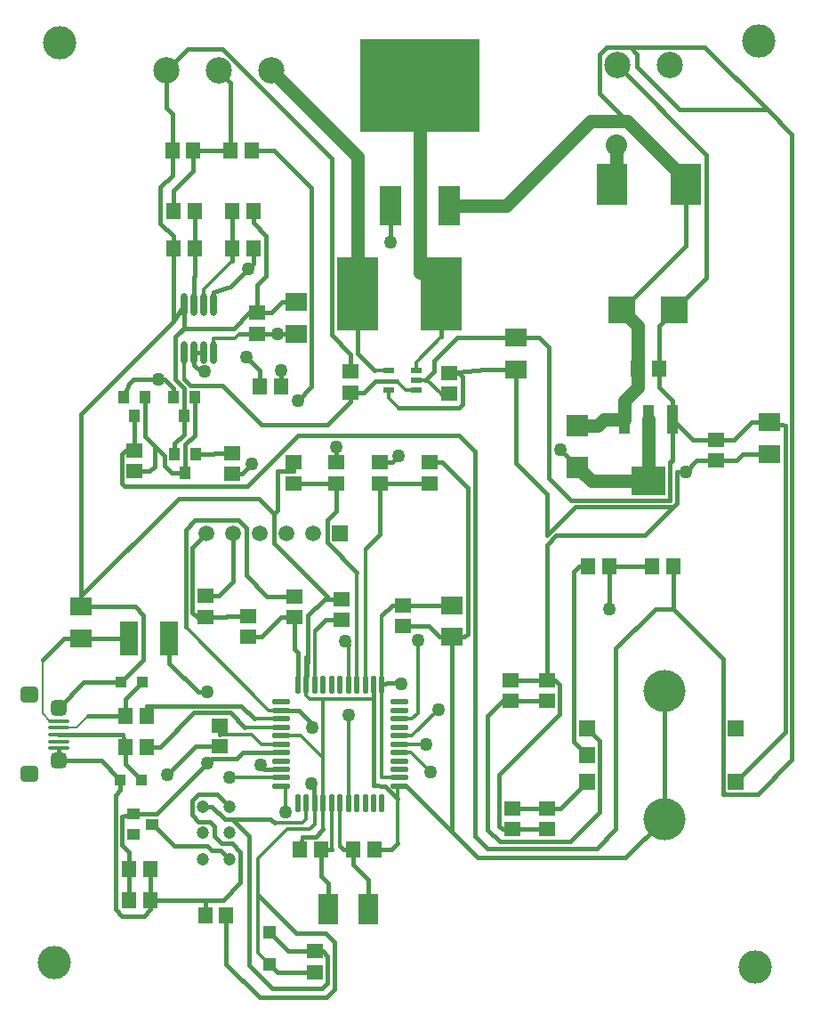
<source format=gtl>
G04*
G04 #@! TF.GenerationSoftware,Altium Limited,Altium Designer,20.0.12 (288)*
G04*
G04 Layer_Physical_Order=1*
G04 Layer_Color=255*
%FSLAX43Y43*%
%MOMM*%
G71*
G01*
G75*
%ADD12C,0.200*%
%ADD14O,1.750X0.550*%
%ADD15O,0.550X1.750*%
%ADD16R,1.500X1.400*%
%ADD17R,3.000X4.000*%
%ADD18R,1.400X1.500*%
%ADD19R,1.000X1.200*%
%ADD20R,1.900X3.000*%
%ADD21R,3.300X2.700*%
%ADD22R,1.000X2.700*%
%ADD23R,1.000X1.000*%
%ADD24R,1.200X1.000*%
%ADD25R,11.430X8.890*%
%ADD26R,2.083X3.810*%
%ADD27R,4.000X7.000*%
%ADD28O,2.000X0.400*%
%ADD29O,0.600X2.200*%
%ADD30R,2.100X1.800*%
%ADD31R,1.200X1.200*%
%ADD32R,1.800X3.200*%
%ADD33R,2.000X2.000*%
%ADD34R,1.100X0.600*%
%ADD35R,2.500X2.500*%
%ADD68C,0.300*%
%ADD69C,0.381*%
%ADD70C,1.270*%
%ADD71C,3.175*%
%ADD72C,2.500*%
G04:AMPARAMS|DCode=73|XSize=1.7mm|YSize=1.5mm|CornerRadius=0.375mm|HoleSize=0mm|Usage=FLASHONLY|Rotation=180.000|XOffset=0mm|YOffset=0mm|HoleType=Round|Shape=RoundedRectangle|*
%AMROUNDEDRECTD73*
21,1,1.700,0.750,0,0,180.0*
21,1,0.950,1.500,0,0,180.0*
1,1,0.750,-0.475,0.375*
1,1,0.750,0.475,0.375*
1,1,0.750,0.475,-0.375*
1,1,0.750,-0.475,-0.375*
%
%ADD73ROUNDEDRECTD73*%
G04:AMPARAMS|DCode=74|XSize=1.5mm|YSize=1.5mm|CornerRadius=0.375mm|HoleSize=0mm|Usage=FLASHONLY|Rotation=180.000|XOffset=0mm|YOffset=0mm|HoleType=Round|Shape=RoundedRectangle|*
%AMROUNDEDRECTD74*
21,1,1.500,0.750,0,0,180.0*
21,1,0.750,1.500,0,0,180.0*
1,1,0.750,-0.375,0.375*
1,1,0.750,0.375,0.375*
1,1,0.750,0.375,-0.375*
1,1,0.750,-0.375,-0.375*
%
%ADD74ROUNDEDRECTD74*%
%ADD75C,4.000*%
%ADD76R,1.500X1.500*%
%ADD77C,1.500*%
%ADD78C,1.200*%
%ADD79C,1.270*%
%ADD80C,2.032*%
D12*
X35560Y57927D02*
X37251D01*
X38379Y59055D01*
X34773Y58577D02*
X35560D01*
X34091Y59258D02*
X34773Y58577D01*
X34091Y59258D02*
Y64414D01*
D14*
X56707Y60364D02*
D03*
Y59564D02*
D03*
Y58764D02*
D03*
Y57964D02*
D03*
Y57164D02*
D03*
Y56364D02*
D03*
Y55564D02*
D03*
Y54764D02*
D03*
Y53964D02*
D03*
Y53164D02*
D03*
Y52364D02*
D03*
X68007D02*
D03*
Y53164D02*
D03*
Y53964D02*
D03*
Y54764D02*
D03*
Y55564D02*
D03*
Y56364D02*
D03*
Y57164D02*
D03*
Y57964D02*
D03*
Y58764D02*
D03*
Y59564D02*
D03*
Y60364D02*
D03*
D15*
X58357Y50714D02*
D03*
X59157D02*
D03*
X59957D02*
D03*
X60757D02*
D03*
X61557D02*
D03*
X62357D02*
D03*
X63157D02*
D03*
X63957D02*
D03*
X64757D02*
D03*
X65557D02*
D03*
X66357D02*
D03*
Y62014D02*
D03*
X65557D02*
D03*
X64757D02*
D03*
X63957D02*
D03*
X63157D02*
D03*
X62357D02*
D03*
X61557D02*
D03*
X60757D02*
D03*
X59957D02*
D03*
X59157D02*
D03*
X58357D02*
D03*
D16*
X54483Y95369D02*
D03*
Y97369D02*
D03*
X52070Y84034D02*
D03*
Y82034D02*
D03*
X68326Y69556D02*
D03*
Y67556D02*
D03*
X57912Y81145D02*
D03*
Y83145D02*
D03*
X63373Y91781D02*
D03*
Y89781D02*
D03*
X42799Y84288D02*
D03*
Y82288D02*
D03*
X59944Y34663D02*
D03*
Y36663D02*
D03*
X78613Y60444D02*
D03*
Y62444D02*
D03*
X82042Y60444D02*
D03*
Y62444D02*
D03*
Y50252D02*
D03*
Y48252D02*
D03*
X78740Y50252D02*
D03*
Y48252D02*
D03*
X58039Y70429D02*
D03*
Y68429D02*
D03*
X53594Y68540D02*
D03*
Y66540D02*
D03*
X49530Y68445D02*
D03*
Y70445D02*
D03*
X66167Y81145D02*
D03*
Y83145D02*
D03*
X70866D02*
D03*
Y81145D02*
D03*
X72771Y89654D02*
D03*
Y91654D02*
D03*
X61976Y81145D02*
D03*
Y83145D02*
D03*
X50927Y56126D02*
D03*
Y58126D02*
D03*
X62484Y70175D02*
D03*
Y68175D02*
D03*
X98171Y85304D02*
D03*
Y83304D02*
D03*
D17*
X88265Y109601D02*
D03*
X95265D02*
D03*
D18*
X90694Y92051D02*
D03*
X92694D02*
D03*
X43926Y59055D02*
D03*
X41926D02*
D03*
X43942Y56110D02*
D03*
X41942D02*
D03*
X42291Y44450D02*
D03*
X44291D02*
D03*
X42307Y41505D02*
D03*
X44307D02*
D03*
X60563Y46331D02*
D03*
X58563D02*
D03*
X63643D02*
D03*
X65643D02*
D03*
X52086Y103505D02*
D03*
X54086D02*
D03*
X56753Y90400D02*
D03*
X54753D02*
D03*
X48498Y103505D02*
D03*
X46498D02*
D03*
X49530Y40108D02*
D03*
X51530D02*
D03*
X51959Y112776D02*
D03*
X53959D02*
D03*
X48514Y107061D02*
D03*
X46514D02*
D03*
X46387Y112776D02*
D03*
X48387D02*
D03*
X54086Y107061D02*
D03*
X52086D02*
D03*
X92091Y73255D02*
D03*
X94091D02*
D03*
X85995D02*
D03*
X87995D02*
D03*
D19*
X48625Y83923D02*
D03*
X46625D02*
D03*
X47625Y82145D02*
D03*
X42799Y87606D02*
D03*
X41799Y89384D02*
D03*
X43799D02*
D03*
X47498Y87606D02*
D03*
X46498Y89384D02*
D03*
X48498D02*
D03*
D20*
X65024Y40640D02*
D03*
X61224D02*
D03*
D21*
X91694Y81354D02*
D03*
D22*
X89394Y87254D02*
D03*
X91694D02*
D03*
X93994D02*
D03*
D23*
X41545Y62230D02*
D03*
X43545D02*
D03*
X41434Y52959D02*
D03*
X43434D02*
D03*
D24*
X42672Y49744D02*
D03*
Y47744D02*
D03*
X44450Y48744D02*
D03*
D25*
X69977Y118999D02*
D03*
D26*
X67199Y107523D02*
D03*
X72787D02*
D03*
D27*
X72009Y99187D02*
D03*
X64009D02*
D03*
D28*
X35560Y58577D02*
D03*
Y57927D02*
D03*
Y57277D02*
D03*
Y56627D02*
D03*
Y55977D02*
D03*
D29*
X50353Y98199D02*
D03*
X49403D02*
D03*
X48453D02*
D03*
X47503D02*
D03*
X50353Y93599D02*
D03*
X49403D02*
D03*
X48453D02*
D03*
X47503D02*
D03*
D30*
X73025Y69548D02*
D03*
Y66548D02*
D03*
X37719Y66421D02*
D03*
Y69421D02*
D03*
X79121Y91996D02*
D03*
Y94996D02*
D03*
X58166Y95377D02*
D03*
Y98377D02*
D03*
X103251Y83947D02*
D03*
Y86947D02*
D03*
D31*
X55626Y35433D02*
D03*
Y38433D02*
D03*
D32*
X46096Y66397D02*
D03*
X42296D02*
D03*
D33*
X84963Y82685D02*
D03*
Y86685D02*
D03*
D34*
X66996Y91919D02*
D03*
Y90019D02*
D03*
X69596Y91919D02*
D03*
Y90969D02*
D03*
Y90019D02*
D03*
D35*
X89194Y97639D02*
D03*
X94194D02*
D03*
D68*
X60757Y60630D02*
X65557D01*
X60706Y50715D02*
Y55081D01*
Y50715D02*
X60757Y50664D01*
X66980Y89306D02*
Y90019D01*
X70471Y90969D02*
X70637D01*
X69596D02*
X70471D01*
X59487Y60630D02*
X60757D01*
X67818Y51206D02*
Y52364D01*
Y46915D02*
Y51206D01*
X57150Y49886D02*
Y52364D01*
X54559Y42012D02*
Y45491D01*
Y36500D02*
Y42012D01*
X50927Y57277D02*
X53976D01*
X59157Y60960D02*
Y62064D01*
Y60960D02*
X59487Y60630D01*
X56657Y57164D02*
X58623D01*
X60757Y55030D01*
Y60630D01*
X54559Y36500D02*
X55626Y35433D01*
X54559Y45491D02*
X57319Y48251D01*
X59478D01*
X59957Y48730D01*
Y50664D01*
X66980Y89306D02*
X67945Y88341D01*
X66980Y90019D02*
X66996D01*
X64757Y62064D02*
Y74942D01*
X63957Y62064D02*
Y72695D01*
X63157Y62064D02*
Y65799D01*
Y50664D02*
Y59093D01*
X69748Y59297D02*
Y66243D01*
X69215Y58764D02*
X69748Y59297D01*
X68057Y58764D02*
X69215D01*
X68057Y57164D02*
X69215D01*
X71716Y59665D01*
X70637Y90969D02*
X71952Y89654D01*
X60757Y48260D02*
Y50664D01*
X67818Y52364D02*
X68057D01*
X69125Y55564D02*
X70942Y53746D01*
X68057Y55564D02*
X69125D01*
X56657Y52364D02*
X57150D01*
X51818Y53164D02*
X56657D01*
X50353Y93599D02*
Y94933D01*
X52370D01*
X52807Y95369D01*
X66357Y53177D02*
Y62064D01*
Y53177D02*
X68057Y53164D01*
X66357Y62064D02*
Y68603D01*
X55582Y59564D02*
X56657D01*
X47676Y67470D02*
X55582Y59564D01*
X62357Y46673D02*
Y50664D01*
X59957Y62064D02*
Y67172D01*
X53976Y57277D02*
X54889Y56364D01*
X56657D01*
X49403Y98199D02*
Y99603D01*
X52086Y102286D01*
X47503Y91079D02*
Y93599D01*
X67743Y90881D02*
X68605Y90019D01*
X69596D01*
Y91919D02*
Y92695D01*
X72009Y95108D01*
X65634Y91919D02*
X66996D01*
X54204Y58764D02*
X56657D01*
X53288Y57964D02*
X56657D01*
X59157Y49213D02*
Y50664D01*
X58790Y48845D02*
X59157Y49213D01*
X56129Y48845D02*
X58790D01*
X68057Y56364D02*
X70585D01*
X61557Y46331D02*
Y50664D01*
D69*
X65557Y52426D02*
Y60630D01*
X45085Y91059D02*
X45669D01*
X46498Y90230D01*
X42669Y91059D02*
X45085D01*
X42228Y90618D02*
X42669Y91059D01*
X59667Y52337D02*
X59915Y52089D01*
Y50706D02*
X59957Y50664D01*
X59667Y52337D02*
Y52578D01*
X59915Y50706D02*
Y52089D01*
X59300Y64635D02*
X59309Y64795D01*
X59157Y62064D02*
X59300Y64635D01*
X88265Y109601D02*
X88900Y110236D01*
X94100Y78924D02*
X94424Y79248D01*
X91376Y76200D02*
X94100Y78924D01*
X56439Y82296D02*
X57912D01*
X60904Y70175D02*
X61125Y70396D01*
X59309Y68580D02*
X60904Y70175D01*
X67359Y51666D02*
X67818Y51206D01*
X68667Y52364D02*
X73025Y48006D01*
X66660Y52364D02*
X67359Y51666D01*
X47503Y95910D02*
X52222D01*
X47447D02*
X47503D01*
X49530Y41505D02*
X51208D01*
X44307D02*
X49530D01*
X55626Y35433D02*
X56396Y34663D01*
X44704Y84718D02*
X45669Y83753D01*
X43799Y85623D02*
X44704Y84718D01*
X97086Y122599D02*
X103022Y116662D01*
X99060Y51613D02*
X102108D01*
X98857D02*
X99060D01*
X98857Y51816D02*
Y64424D01*
Y51613D02*
Y51816D01*
X89999Y122599D02*
X97086D01*
X87699D02*
X89999D01*
X87020Y118669D02*
Y121920D01*
Y118231D02*
Y118669D01*
Y118231D02*
X89681Y115570D01*
X82042Y62444D02*
Y75336D01*
X82906Y76200D01*
X91376D01*
X94424Y79248D02*
Y82271D01*
X95250D01*
X79121Y83058D02*
Y91996D01*
Y83058D02*
X82042Y80137D01*
Y76200D02*
Y80137D01*
Y76200D02*
X84766Y78924D01*
X94100D01*
X96283Y83304D02*
X98171D01*
X53959Y112776D02*
X56109D01*
X59665Y109220D01*
Y90348D02*
Y109220D01*
X58318Y89002D02*
X59665Y90348D01*
X95250Y82271D02*
X96283Y83304D01*
X98171D02*
X100068D01*
X100711Y83947D01*
X103251D01*
X75463Y45568D02*
X89534D01*
X73025Y48006D02*
X75463Y45568D01*
X73025Y48006D02*
Y66548D01*
X74219D01*
X74524Y66853D01*
Y80707D01*
X72085Y83145D02*
X74524Y80707D01*
X70866Y83145D02*
X72085D01*
X100052Y52808D02*
X104750Y57506D01*
Y86642D01*
X103251Y86947D02*
X104750Y86642D01*
X73508Y94996D02*
X79121D01*
X71349Y92837D02*
X73508Y94996D01*
X71349Y91846D02*
Y92837D01*
X70471Y90969D02*
X71349Y91846D01*
X37719Y69421D02*
Y70434D01*
X46990Y79705D02*
X54610D01*
X56058Y78257D01*
X47503Y98196D02*
Y98199D01*
Y95910D02*
Y98196D01*
X46634Y95098D02*
X47503Y95910D01*
X46498Y96520D02*
X47503Y98196D01*
X37719Y87741D02*
X46498Y96520D01*
X37719Y70434D02*
X46990Y79705D01*
X57912Y82296D02*
Y83145D01*
X56439Y78638D02*
Y82296D01*
X56058Y78257D02*
X56439Y78638D01*
X56058Y75463D02*
Y78257D01*
X46498Y96520D02*
Y103505D01*
X37719Y70434D02*
Y87741D01*
X56058Y75463D02*
X61125Y70396D01*
X60904Y70175D02*
X62484D01*
X59309Y64795D02*
Y68580D01*
X59157Y64643D02*
X59309Y64795D01*
X59157Y62064D02*
Y64643D01*
X53681Y97369D02*
X54483D01*
X52222Y95910D02*
X53681Y97369D01*
X46634Y95098D02*
X47447Y95910D01*
X46634Y91034D02*
Y95098D01*
Y91034D02*
X47498Y90170D01*
Y87606D02*
Y90170D01*
X50645Y51613D02*
X51816Y50442D01*
X48895Y51613D02*
X50645D01*
X48260Y50978D02*
X48895Y51613D01*
X48260Y49621D02*
Y50978D01*
Y49621D02*
X48895Y48986D01*
X49959D01*
X50368Y48577D01*
Y47625D02*
X51096Y46897D01*
X52070D01*
X52883Y46085D01*
X49530Y40108D02*
Y41505D01*
X51208D02*
X52883Y43180D01*
Y46085D01*
X50368Y47625D02*
Y48577D01*
X68057Y52364D02*
X68667D01*
X89534Y45568D02*
X93218Y49252D01*
X67234Y46331D02*
X67818Y46915D01*
X65557Y60630D02*
Y62064D01*
Y52426D02*
X66660Y52364D01*
X83320Y84328D02*
X84963Y82685D01*
X54483Y95369D02*
X56312D01*
X42291Y44450D02*
Y46101D01*
X41605Y46787D02*
X42291Y46101D01*
X41605Y46787D02*
Y49490D01*
X42672Y49744D01*
X46096Y64059D02*
Y66397D01*
Y64059D02*
X48865Y61290D01*
X49708D01*
Y54534D02*
X50140Y54966D01*
X52538D01*
X53137Y55564D01*
X56657D01*
X54559Y42012D02*
X58166Y38405D01*
X60960D01*
X61798Y37567D01*
Y33020D02*
Y37567D01*
X61036Y32258D02*
X61798Y33020D01*
X54712Y32258D02*
X61036D01*
X51530Y35440D02*
X54712Y32258D01*
X51530Y35440D02*
Y40108D01*
X56396Y34663D02*
X59944D01*
X66357Y62064D02*
X68047Y62230D01*
X68199Y62078D01*
X58432Y59564D02*
X59957Y58039D01*
X56657Y59564D02*
X58432D01*
X66167Y83145D02*
X67292D01*
X51905Y99835D02*
X53619Y101549D01*
X50353Y99378D02*
X51905Y99835D01*
X50353Y98199D02*
Y99378D01*
X48453Y92441D02*
Y93599D01*
Y92441D02*
X49124Y91770D01*
X49454D01*
X61976Y83145D02*
Y84633D01*
X69977Y101219D02*
X72009Y99187D01*
X35560Y57277D02*
X41656D01*
X41942Y56110D01*
X42799Y82288D02*
X44204D01*
X44704Y82788D01*
Y84718D01*
X43799Y85623D02*
Y89384D01*
X46498D02*
Y90230D01*
X54753Y90400D02*
Y91923D01*
X53483Y93193D02*
X54753Y91923D01*
X41799Y89384D02*
X42228Y90618D01*
X54762Y54356D02*
X55154Y53964D01*
X56657D01*
X41910Y84288D02*
X42799D01*
X41580Y83958D02*
X41910Y84288D01*
X41580Y81102D02*
Y83958D01*
Y81102D02*
X41808Y80874D01*
X53543D01*
X58395Y85725D01*
X73660D01*
X75235Y84150D01*
Y47650D02*
Y84150D01*
Y47650D02*
X76429Y46457D01*
X86817D01*
X88621Y48260D01*
Y65456D01*
X92354Y69190D01*
X94091D01*
X98857Y51816D02*
X99060Y51613D01*
X105385Y54889D02*
Y114300D01*
X94091Y69190D02*
Y73255D01*
Y69190D02*
X98857Y64424D01*
X102108Y51613D02*
X105385Y54889D01*
X103022Y116662D02*
X105385Y114300D01*
X94717Y116662D02*
X103022D01*
X90653Y120726D02*
X94717Y116662D01*
X90653Y120726D02*
Y121945D01*
X89999Y122599D02*
X90653Y121945D01*
X87020Y121920D02*
X87699Y122599D01*
X95265Y109601D02*
Y109986D01*
X50996Y46262D02*
X51816Y45442D01*
X50137Y46262D02*
X50996D01*
X49714Y46685D02*
X50137Y46262D01*
X46609Y46685D02*
X49714D01*
X44550Y48744D02*
X46609Y46685D01*
X44450Y48744D02*
X44550D01*
X52197Y71842D02*
Y76430D01*
X50800Y70445D02*
X52197Y71842D01*
X49530Y70445D02*
X50800D01*
X76110Y91996D02*
X79121D01*
X72771Y91654D02*
X76110Y91996D01*
X78613Y62444D02*
X82042D01*
X82793D01*
X83261Y61976D01*
Y59182D02*
Y61976D01*
X77521Y53442D02*
X83261Y59182D01*
X77521Y48577D02*
Y53442D01*
Y48577D02*
X77846Y48252D01*
X78740D01*
X72771Y91654D02*
X73660D01*
X73990Y91324D01*
Y88671D02*
Y91324D01*
X73660Y88341D02*
X73990Y88671D01*
X67945Y88341D02*
X73660D01*
X78740Y48252D02*
X82042D01*
X64757Y74942D02*
X66167Y76352D01*
Y81145D01*
X70866D01*
X57912D02*
X61976D01*
Y78537D02*
Y81145D01*
X61138Y77699D02*
X61976Y78537D01*
X61138Y75514D02*
Y77699D01*
Y75514D02*
X63957Y72695D01*
X62840Y66116D02*
X63157Y65799D01*
X87995Y69199D02*
Y73255D01*
X92091D01*
X52070Y82034D02*
X53002D01*
X53975Y83007D01*
X85852Y57888D02*
X87071Y56669D01*
Y49886D02*
Y56669D01*
X84293Y47107D02*
X87071Y49886D01*
X77546Y47107D02*
X84293D01*
X76429Y48225D02*
X77546Y47107D01*
X76429Y48225D02*
Y59055D01*
X77818Y60444D01*
X78613D01*
X82042D01*
X93218Y49252D02*
Y61444D01*
X71798Y66548D02*
X73025D01*
X70790Y67556D02*
X71798Y66548D01*
X68326Y67556D02*
X70790D01*
X84633Y56567D02*
X85852Y55348D01*
X84633Y56567D02*
Y72798D01*
X85090Y73255D01*
X85995D01*
X101516Y86947D02*
X103251D01*
X99873Y85304D02*
X101516Y86947D01*
X98171Y85304D02*
X99873D01*
X95944D02*
X98171D01*
X93994Y87254D02*
X95944Y85304D01*
X93994Y87254D02*
Y89002D01*
X92694Y90302D02*
X93994Y89002D01*
X92694Y90302D02*
Y92051D01*
Y96139D01*
X94194Y97639D01*
X93994Y83365D02*
Y87254D01*
X93789Y83160D02*
X93994Y83365D01*
X93789Y79559D02*
Y83160D01*
X84347Y79559D02*
X93789D01*
X82220Y81686D02*
X84347Y79559D01*
X82220Y81686D02*
Y94056D01*
X81280Y94996D02*
X82220Y94056D01*
X79121Y94996D02*
X81280D01*
X94194Y97639D02*
X97231Y100676D01*
Y112399D01*
X88726Y120904D02*
X97231Y112399D01*
X71952Y89654D02*
X72771D01*
X35560Y54777D02*
Y55977D01*
Y54777D02*
X39616D01*
X41434Y52959D01*
X35560Y59844D02*
X37946Y62230D01*
X41545D01*
X45923Y53467D02*
X48582Y56126D01*
X50927D01*
X41545Y62230D02*
X43663Y64348D01*
Y68580D01*
X42822Y69421D02*
X43663Y68580D01*
X37719Y69421D02*
X42822D01*
X41434Y51994D02*
Y52959D01*
X40970Y51530D02*
X41434Y51994D01*
X40970Y40640D02*
Y51530D01*
Y40640D02*
X41605Y40005D01*
X43672D01*
X44307Y40640D01*
Y41505D01*
X48311Y75084D02*
X49657Y76430D01*
X48311Y68897D02*
Y75084D01*
Y68897D02*
X48763Y68445D01*
X49530D01*
X44307Y41505D02*
Y42951D01*
X44291Y42967D02*
X44307Y42951D01*
X44291Y42967D02*
Y44450D01*
X49530Y68445D02*
X51511D01*
X51606Y68540D01*
X53594D01*
X46498Y103505D02*
Y104648D01*
X45263Y105883D02*
X46498Y104648D01*
X45263Y105883D02*
Y109347D01*
X46387Y110471D01*
Y112776D01*
Y116281D01*
X45800Y116868D02*
X46387Y116281D01*
X45800Y116868D02*
Y120396D01*
X54483Y97369D02*
X55804D01*
X56812Y98377D01*
X58166D01*
X54483Y97369D02*
Y100000D01*
X55347Y100863D01*
Y104648D01*
X54086Y105909D02*
X55347Y104648D01*
X54086Y105909D02*
Y107061D01*
X47498Y85835D02*
Y87606D01*
X46625Y84962D02*
X47498Y85835D01*
X46625Y83923D02*
Y84962D01*
X45800Y120396D02*
X47832Y122428D01*
X51181D01*
X61564Y112045D01*
Y95242D02*
Y112045D01*
Y95242D02*
X63373Y93434D01*
Y91781D02*
Y93434D01*
X60046Y47549D02*
X60757Y48260D01*
X58741Y47549D02*
X60046D01*
X58563Y46331D02*
X58741Y47549D01*
X65643Y46331D02*
X67234D01*
X83296Y50252D02*
X85852Y52808D01*
X82042Y50252D02*
X83296D01*
X78740D02*
X82042D01*
X52807Y95369D02*
X54483D01*
X56388Y95377D02*
X58166D01*
X42307Y41505D02*
Y42951D01*
X42291Y42967D02*
X42307Y42951D01*
X42291Y42967D02*
Y44450D01*
X42672Y49744D02*
X44918D01*
X49708Y54534D01*
X48453Y98199D02*
Y100813D01*
X48498Y100858D01*
Y103505D01*
Y105258D01*
X48514Y105274D01*
Y107061D01*
X66357Y68603D02*
X67310Y69556D01*
X68326D01*
X70663D01*
X70671Y69548D01*
X73025D01*
X47676Y67470D02*
Y76759D01*
X48565Y77648D01*
X52705D01*
X53442Y76911D01*
Y72390D02*
Y76911D01*
Y72390D02*
X55403Y70429D01*
X58039D01*
X62698Y46331D02*
X63643D01*
X62357Y46673D02*
X62698Y46331D01*
X63643Y44866D02*
Y46331D01*
Y44866D02*
X65024Y43485D01*
Y40640D02*
Y43485D01*
X53594Y66540D02*
X54864D01*
X56753Y68429D01*
X58039D01*
Y65393D02*
Y68429D01*
Y65393D02*
X58357Y65075D01*
Y62064D02*
Y65075D01*
X59957Y67172D02*
X60960Y68175D01*
X62484D01*
X50927Y57277D02*
Y58126D01*
X54086Y102016D02*
Y103505D01*
X53619Y101549D02*
X54086Y102016D01*
X67292Y83145D02*
X67905Y83758D01*
X52086Y102286D02*
Y103505D01*
Y107061D01*
X63373Y88900D02*
Y89781D01*
X61163Y86690D02*
X63373Y88900D01*
X54915Y86690D02*
X61163D01*
X51156Y90449D02*
X54915Y86690D01*
X48133Y90449D02*
X51156D01*
X47503Y91079D02*
X48133Y90449D01*
X63373Y89781D02*
X64618D01*
X65718Y90881D01*
X67743D01*
X48453Y93599D02*
X49403D01*
X72009Y95108D02*
Y99187D01*
X64009Y93544D02*
Y99187D01*
Y93544D02*
X65634Y91919D01*
X43926Y59055D02*
Y60005D01*
X52963D01*
X54204Y58764D01*
X43942Y56110D02*
X45229D01*
X48489Y59370D01*
X51882D01*
X53288Y57964D01*
X38379Y59055D02*
X41926D01*
Y60611D01*
X43545Y62230D01*
X41942Y54451D02*
Y56110D01*
Y54451D02*
X43434Y52959D01*
X46514Y107061D02*
Y108966D01*
X48387Y110839D01*
Y112776D01*
X51959D01*
Y119237D01*
X50800Y120396D02*
X51959Y119237D01*
X46355Y82145D02*
X47625D01*
X45669Y82831D02*
X46355Y82145D01*
X45669Y82831D02*
Y83753D01*
X47625Y82145D02*
Y84849D01*
X48498Y85722D01*
Y89384D01*
X48625Y83923D02*
X50292D01*
X50403Y84034D01*
X52070D01*
X56753Y90400D02*
Y91900D01*
X67199Y104064D02*
Y107523D01*
X55749Y49225D02*
X56129Y48845D01*
X52070Y49225D02*
X55749D01*
X52070D02*
X53721Y47574D01*
Y35306D02*
X55931Y33096D01*
X60643D01*
X61163Y33617D02*
Y36195D01*
X49316Y50442D02*
X50175D01*
X51392Y49225D01*
X52070D01*
X53721Y35306D02*
Y47574D01*
X60643Y33096D02*
X61163Y33617D01*
X60695Y36663D02*
X61163Y36195D01*
X59944Y36663D02*
X60695D01*
X57396D02*
X59944D01*
X55626Y38433D02*
X57396Y36663D01*
X42799Y84288D02*
Y87606D01*
X95265Y103710D02*
Y109601D01*
X89194Y97639D02*
X95265Y103710D01*
X34091Y64414D02*
X36098Y66421D01*
X37719D01*
X40235D01*
X40259Y66397D01*
X42296D01*
X60563Y43816D02*
Y46331D01*
Y43816D02*
X61224Y43155D01*
Y40640D02*
Y43155D01*
X60563Y46331D02*
X61557D01*
D70*
X88646Y110490D02*
Y113284D01*
Y110490D02*
X88900Y110236D01*
X89681Y115570D02*
X95265Y109986D01*
X69977Y101219D02*
Y118999D01*
X75875Y107523D02*
X78186D01*
X86233Y115570D02*
X89681D01*
X72787Y107523D02*
X75875D01*
X78186D02*
X86233Y115570D01*
X84963Y82685D02*
X86294Y81354D01*
X91694D01*
Y87254D01*
X64009Y99187D02*
Y112187D01*
X55800Y120396D02*
X64009Y112187D01*
X89194Y97639D02*
X90694Y96139D01*
Y92051D02*
Y96139D01*
Y90302D02*
Y92051D01*
X89394Y89002D02*
X90694Y90302D01*
X89394Y87254D02*
Y89002D01*
X87462Y87254D02*
X89394D01*
X86893Y86685D02*
X87462Y87254D01*
X84963Y86685D02*
X86893D01*
D71*
X101854Y35179D02*
D03*
X102235Y123190D02*
D03*
X35179Y35560D02*
D03*
X35687Y123063D02*
D03*
D72*
X88726Y120904D02*
D03*
X93726D02*
D03*
X45800Y120396D02*
D03*
X50800D02*
D03*
X55800D02*
D03*
D73*
X32766Y61057D02*
D03*
Y53564D02*
D03*
D74*
X35560Y59844D02*
D03*
Y54777D02*
D03*
D75*
X93218Y49252D02*
D03*
Y61444D02*
D03*
D76*
X100052Y57888D02*
D03*
X85852Y55348D02*
D03*
Y57888D02*
D03*
X100052Y52808D02*
D03*
X85852D02*
D03*
X62357Y76430D02*
D03*
D77*
X59817D02*
D03*
X57277D02*
D03*
X54737D02*
D03*
X52197D02*
D03*
X49657D02*
D03*
D78*
X51816Y45442D02*
D03*
Y47942D02*
D03*
Y50442D02*
D03*
X49316Y45442D02*
D03*
Y47942D02*
D03*
Y50442D02*
D03*
D79*
X45085Y91059D02*
D03*
X59690Y57912D02*
D03*
X59667Y52578D02*
D03*
X68199Y62078D02*
D03*
X58318Y89002D02*
D03*
X95250Y82271D02*
D03*
X51818Y53164D02*
D03*
X67905Y83758D02*
D03*
X53619Y101549D02*
D03*
X49454Y91770D02*
D03*
X61976Y84633D02*
D03*
X53483Y93193D02*
D03*
X54762Y54356D02*
D03*
X62840Y66116D02*
D03*
X87995Y69199D02*
D03*
X63157Y59093D02*
D03*
X53975Y83007D02*
D03*
X69748Y66243D02*
D03*
X71716Y59665D02*
D03*
X45923Y53467D02*
D03*
X70942Y53746D02*
D03*
X57150Y49886D02*
D03*
X56388Y95377D02*
D03*
X83320Y84328D02*
D03*
X49708Y54534D02*
D03*
Y61290D02*
D03*
X56753Y91900D02*
D03*
X67199Y104064D02*
D03*
X70585Y56364D02*
D03*
D80*
X88646Y113284D02*
D03*
M02*

</source>
